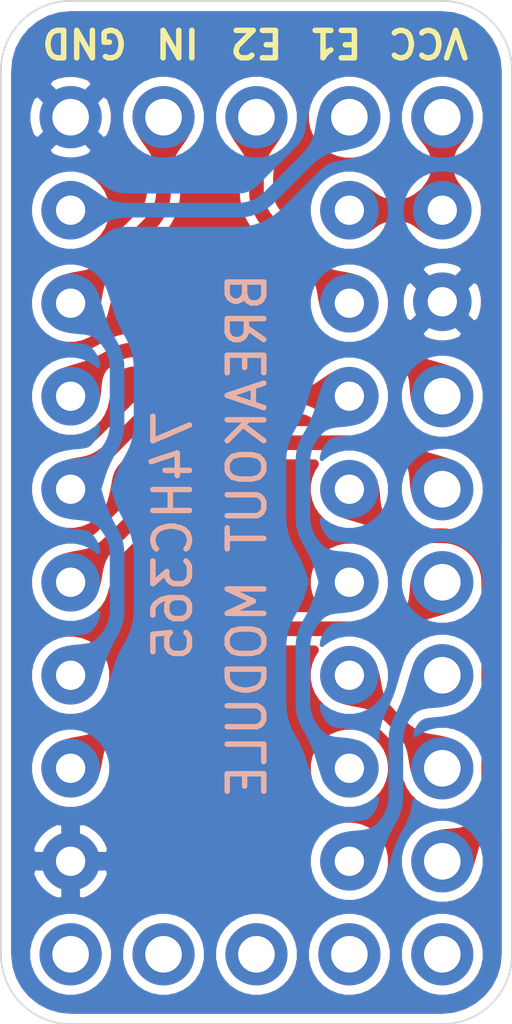
<source format=kicad_pcb>
(kicad_pcb (version 20171130) (host pcbnew 5.1.10)
  (layers (0 F.Cu signal) (31 B.Cu signal) (34 B.Paste user) (35 F.Paste user) (36 B.SilkS user) (37 F.SilkS user) (38 B.Mask user) (39 F.Mask user) (44 Edge.Cuts user))
  (net 0 "")
  (net 1 "Net-(J1-Pad1)")
  (net 2 "Net-(J1-Pad2)")
  (net 3 "Net-(J1-Pad3)")
  (net 4 "Net-(J1-Pad4)")
  (net 5 "Net-(J1-Pad5)")
  (net 6 "Net-(J1-Pad6)")
  (net 7 +5V)
  (net 8 E1)
  (net 9 E2)
  (net 10 INPUT)
  (net 11 GND)
  (net 12 "Net-(J3-Pad5)")
  (net 13 "Net-(J3-Pad4)")
  (net 14 "Net-(J3-Pad3)")
  (net 15 "Net-(J3-Pad2)")
  (net 16 "Net-(J3-Pad1)")
  (module Capacitor_THT:C_Disc_D3.0mm_W1.6mm_P2.50mm (layer F.Cu) (at 137.16 88.9 270)
    (fp_text reference C1 hide)
    (fp_text value 100n)
    (pad 2 thru_hole circle (at 2.5 0 270) (size 1.6 1.6) (drill 0.8) (layers *.Cu *.Mask) (net 11 GND))
    (pad 1 thru_hole circle (at 0 0 270) (size 1.6 1.6) (drill 0.8) (layers *.Cu *.Mask) (net 7 +5V))
  )
  (module Package_DIP:DIP-16_W7.62mm (layer F.Cu) (at 127 88.9)
    (fp_text reference U1 hide)
    (fp_text value 74HC365)
    (pad 1 thru_hole circle (at 0 0) (size 1.6 1.6) (drill 0.8) (layers *.Cu *.Mask) (net 8 E1))
    (pad 9 thru_hole oval (at 7.62 17.78) (size 1.6 1.6) (drill 0.8) (layers *.Cu *.Mask) (net 4 "Net-(J1-Pad4)"))
    (pad 2 thru_hole oval (at 0 2.54) (size 1.6 1.6) (drill 0.8) (layers *.Cu *.Mask) (net 10 INPUT))
    (pad 10 thru_hole oval (at 7.62 15.24) (size 1.6 1.6) (drill 0.8) (layers *.Cu *.Mask) (net 10 INPUT))
    (pad 3 thru_hole oval (at 0 5.08) (size 1.6 1.6) (drill 0.8) (layers *.Cu *.Mask) (net 1 "Net-(J1-Pad1)"))
    (pad 11 thru_hole oval (at 7.62 12.7) (size 1.6 1.6) (drill 0.8) (layers *.Cu *.Mask) (net 5 "Net-(J1-Pad5)"))
    (pad 4 thru_hole oval (at 0 7.62) (size 1.6 1.6) (drill 0.8) (layers *.Cu *.Mask) (net 10 INPUT))
    (pad 12 thru_hole oval (at 7.62 10.16) (size 1.6 1.6) (drill 0.8) (layers *.Cu *.Mask) (net 10 INPUT))
    (pad 5 thru_hole oval (at 0 10.16) (size 1.6 1.6) (drill 0.8) (layers *.Cu *.Mask) (net 2 "Net-(J1-Pad2)"))
    (pad 13 thru_hole oval (at 7.62 7.62) (size 1.6 1.6) (drill 0.8) (layers *.Cu *.Mask) (net 6 "Net-(J1-Pad6)"))
    (pad 6 thru_hole oval (at 0 12.7) (size 1.6 1.6) (drill 0.8) (layers *.Cu *.Mask) (net 10 INPUT))
    (pad 14 thru_hole oval (at 7.62 5.08) (size 1.6 1.6) (drill 0.8) (layers *.Cu *.Mask) (net 10 INPUT))
    (pad 7 thru_hole oval (at 0 15.24) (size 1.6 1.6) (drill 0.8) (layers *.Cu *.Mask) (net 3 "Net-(J1-Pad3)"))
    (pad 15 thru_hole oval (at 7.62 2.54) (size 1.6 1.6) (drill 0.8) (layers *.Cu *.Mask) (net 9 E2))
    (pad 8 thru_hole oval (at 0 17.78) (size 1.6 1.6) (drill 0.8) (layers *.Cu *.Mask) (net 11 GND))
    (pad 16 thru_hole oval (at 7.62 0) (size 1.6 1.6) (drill 0.8) (layers *.Cu *.Mask) (net 7 +5V))
  )
  (module Connector_PinHeader_2.54mm:PinHeader_1x05_P2.54mm_Vertical (layer B.Cu) (at 127 109.22 270)
    (fp_text reference J3 hide)
    (fp_text value BREADBOARD)
    (pad 5 thru_hole oval (at 0 -10.16 270) (size 1.7 1.7) (drill 1) (layers *.Cu *.Mask) (net 12 "Net-(J3-Pad5)"))
    (pad 4 thru_hole oval (at 0 -7.62 270) (size 1.7 1.7) (drill 1) (layers *.Cu *.Mask) (net 13 "Net-(J3-Pad4)"))
    (pad 3 thru_hole oval (at 0 -5.08 270) (size 1.7 1.7) (drill 1) (layers *.Cu *.Mask) (net 14 "Net-(J3-Pad3)"))
    (pad 2 thru_hole oval (at 0 -2.54 270) (size 1.7 1.7) (drill 1) (layers *.Cu *.Mask) (net 15 "Net-(J3-Pad2)"))
    (pad 1 thru_hole circle (at 0 0 270) (size 1.7 1.7) (drill 1) (layers *.Cu *.Mask) (net 16 "Net-(J3-Pad1)"))
  )
  (module Connector_PinHeader_2.54mm:PinHeader_1x05_P2.54mm_Vertical (layer B.Cu) (at 137.16 86.36 90)
    (fp_text reference J2 hide)
    (fp_text value BREADBOARD)
    (pad 1 thru_hole circle (at 0 0 90) (size 1.7 1.7) (drill 1) (layers *.Cu *.Mask) (net 7 +5V))
    (pad 2 thru_hole oval (at 0 -2.54 90) (size 1.7 1.7) (drill 1) (layers *.Cu *.Mask) (net 8 E1))
    (pad 3 thru_hole oval (at 0 -5.08 90) (size 1.7 1.7) (drill 1) (layers *.Cu *.Mask) (net 9 E2))
    (pad 4 thru_hole oval (at 0 -7.62 90) (size 1.7 1.7) (drill 1) (layers *.Cu *.Mask) (net 10 INPUT))
    (pad 5 thru_hole oval (at 0 -10.16 45) (size 1.7 1.7) (drill 1) (layers *.Cu *.Mask) (net 11 GND))
  )
  (module Connector_PinHeader_2.54mm:PinHeader_1x06_P2.54mm_Vertical (layer F.Cu) (at 137.16 93.98)
    (fp_text reference J1 hide)
    (fp_text value COL)
    (pad 1 thru_hole circle (at 0 0) (size 1.7 1.7) (drill 1) (layers *.Cu *.Mask) (net 1 "Net-(J1-Pad1)"))
    (pad 2 thru_hole oval (at 0 2.54) (size 1.7 1.7) (drill 1) (layers *.Cu *.Mask) (net 2 "Net-(J1-Pad2)"))
    (pad 3 thru_hole oval (at 0 5.08) (size 1.7 1.7) (drill 1) (layers *.Cu *.Mask) (net 3 "Net-(J1-Pad3)"))
    (pad 4 thru_hole oval (at 0 7.62) (size 1.7 1.7) (drill 1) (layers *.Cu *.Mask) (net 4 "Net-(J1-Pad4)"))
    (pad 5 thru_hole oval (at 0 10.16) (size 1.7 1.7) (drill 1) (layers *.Cu *.Mask) (net 5 "Net-(J1-Pad5)"))
    (pad 6 thru_hole oval (at 0 12.7) (size 1.7 1.7) (drill 1) (layers *.Cu *.Mask) (net 6 "Net-(J1-Pad6)"))
  )
  (gr_line (start 127 83.185) (end 137.16 83.185) (layer Edge.Cuts) (width 0.05))
  (gr_line (start 125.095 109.22) (end 125.095 85.09) (layer Edge.Cuts) (width 0.05))
  (gr_arc (start 137.16 85.09) (end 139.065 85.09) (angle -90) (layer Edge.Cuts) (width 0.05))
  (gr_arc (start 127 85.09) (end 127 83.185) (angle -90) (layer Edge.Cuts) (width 0.05))
  (gr_line (start 139.065 85.09) (end 139.065 109.22) (layer Edge.Cuts) (width 0.05))
  (gr_arc (start 127 109.22) (end 125.095 109.22) (angle -90) (layer Edge.Cuts) (width 0.05))
  (gr_arc (start 137.16 109.22) (end 137.16 111.125) (angle -90) (layer Edge.Cuts) (width 0.05))
  (gr_line (start 127 111.125) (end 137.16 111.125) (layer Edge.Cuts) (width 0.05))
  (gr_text "GND\n" (at 127.381 84.328 180) (layer F.SilkS) (effects (font (size 0.75 0.75))))
  (gr_text IN (at 129.921 84.328 180) (layer F.SilkS) (effects (font (size 0.75 0.75))))
  (gr_text E2 (at 132.08 84.328 180) (layer F.SilkS) (effects (font (size 0.75 0.75))))
  (gr_text E1 (at 134.239 84.328 180) (layer F.SilkS) (effects (font (size 0.75 0.75))))
  (gr_text "VCC\n" (at 136.779 84.328 180) (layer F.SilkS) (effects (font (size 0.75 0.75))))
  (gr_text "BREAKOUT MODULE" (at 131.826 97.79 90) (layer B.SilkS) (effects (font (size 1 1)) (justify mirror)))
  (gr_text 74HC365 (at 129.794 97.79 90) (layer B.SilkS) (effects (font (size 1 1)) (justify mirror)))
  (segment (start 136.24921 93.06921) (end 137.16 93.98) (width 0.4) (layer F.Cu) (net 1))
  (segment (start 136.24921 93.06921) (end 136.205613 93.027702) (width 0.4) (layer F.Cu) (net 1))
  (segment (start 136.205613 93.027702) (end 136.160032 92.988384) (width 0.4) (layer F.Cu) (net 1))
  (segment (start 136.160032 92.988384) (end 136.112577 92.95135) (width 0.4) (layer F.Cu) (net 1))
  (segment (start 136.112577 92.95135) (end 136.063362 92.916688) (width 0.4) (layer F.Cu) (net 1))
  (segment (start 136.063362 92.916688) (end 136.012505 92.884484) (width 0.4) (layer F.Cu) (net 1))
  (segment (start 136.012505 92.884484) (end 135.96013 92.854813) (width 0.4) (layer F.Cu) (net 1))
  (segment (start 135.96013 92.854813) (end 135.906362 92.827749) (width 0.4) (layer F.Cu) (net 1))
  (segment (start 135.906362 92.827749) (end 135.85133 92.803355) (width 0.4) (layer F.Cu) (net 1))
  (segment (start 135.85133 92.803355) (end 135.795168 92.781691) (width 0.4) (layer F.Cu) (net 1))
  (segment (start 135.795168 92.781691) (end 135.73801 92.762809) (width 0.4) (layer F.Cu) (net 1))
  (segment (start 135.73801 92.762809) (end 135.679995 92.746754) (width 0.4) (layer F.Cu) (net 1))
  (segment (start 135.679995 92.746754) (end 135.621262 92.733565) (width 0.4) (layer F.Cu) (net 1))
  (segment (start 135.621262 92.733565) (end 135.561953 92.723274) (width 0.4) (layer F.Cu) (net 1))
  (segment (start 135.561953 92.723274) (end 135.50221 92.715905) (width 0.4) (layer F.Cu) (net 1))
  (segment (start 135.50221 92.715905) (end 135.442177 92.711477) (width 0.4) (layer F.Cu) (net 1))
  (segment (start 135.442177 92.711477) (end 135.382 92.71) (width 0.4) (layer F.Cu) (net 1))
  (segment (start 127.910789 93.06921) (end 127 93.98) (width 0.4) (layer F.Cu) (net 1))
  (segment (start 127.910789 93.06921) (end 127.954385 93.027702) (width 0.4) (layer F.Cu) (net 1))
  (segment (start 127.954385 93.027702) (end 127.999966 92.988384) (width 0.4) (layer F.Cu) (net 1))
  (segment (start 127.999966 92.988384) (end 128.047421 92.951349) (width 0.4) (layer F.Cu) (net 1))
  (segment (start 128.047421 92.951349) (end 128.096636 92.916688) (width 0.4) (layer F.Cu) (net 1))
  (segment (start 128.096636 92.916688) (end 128.147493 92.884484) (width 0.4) (layer F.Cu) (net 1))
  (segment (start 128.147493 92.884484) (end 128.199868 92.854813) (width 0.4) (layer F.Cu) (net 1))
  (segment (start 128.199868 92.854813) (end 128.253637 92.827749) (width 0.4) (layer F.Cu) (net 1))
  (segment (start 128.253637 92.827749) (end 128.308668 92.803355) (width 0.4) (layer F.Cu) (net 1))
  (segment (start 128.308668 92.803355) (end 128.364831 92.781691) (width 0.4) (layer F.Cu) (net 1))
  (segment (start 128.364831 92.781691) (end 128.421988 92.762808) (width 0.4) (layer F.Cu) (net 1))
  (segment (start 128.421988 92.762808) (end 128.480003 92.746753) (width 0.4) (layer F.Cu) (net 1))
  (segment (start 128.480003 92.746753) (end 128.538737 92.733565) (width 0.4) (layer F.Cu) (net 1))
  (segment (start 128.538737 92.733565) (end 128.598046 92.723273) (width 0.4) (layer F.Cu) (net 1))
  (segment (start 128.598046 92.723273) (end 128.657789 92.715905) (width 0.4) (layer F.Cu) (net 1))
  (segment (start 128.657789 92.715905) (end 128.717822 92.711477) (width 0.4) (layer F.Cu) (net 1))
  (segment (start 128.717822 92.711477) (end 128.778 92.71) (width 0.4) (layer F.Cu) (net 1))
  (segment (start 128.778 92.71) (end 135.382 92.71) (width 0.4) (layer F.Cu) (net 1))
  (segment (start 136.24921 95.60921) (end 137.16 96.52) (width 0.4) (layer F.Cu) (net 2))
  (segment (start 136.24921 95.60921) (end 136.205613 95.567702) (width 0.4) (layer F.Cu) (net 2))
  (segment (start 136.205613 95.567702) (end 136.160032 95.528384) (width 0.4) (layer F.Cu) (net 2))
  (segment (start 136.160032 95.528384) (end 136.112577 95.49135) (width 0.4) (layer F.Cu) (net 2))
  (segment (start 136.112577 95.49135) (end 136.063362 95.456688) (width 0.4) (layer F.Cu) (net 2))
  (segment (start 136.063362 95.456688) (end 136.012505 95.424484) (width 0.4) (layer F.Cu) (net 2))
  (segment (start 136.012505 95.424484) (end 135.96013 95.394813) (width 0.4) (layer F.Cu) (net 2))
  (segment (start 135.96013 95.394813) (end 135.906362 95.367749) (width 0.4) (layer F.Cu) (net 2))
  (segment (start 135.906362 95.367749) (end 135.85133 95.343355) (width 0.4) (layer F.Cu) (net 2))
  (segment (start 135.85133 95.343355) (end 135.795168 95.321691) (width 0.4) (layer F.Cu) (net 2))
  (segment (start 135.795168 95.321691) (end 135.73801 95.302809) (width 0.4) (layer F.Cu) (net 2))
  (segment (start 135.73801 95.302809) (end 135.679995 95.286754) (width 0.4) (layer F.Cu) (net 2))
  (segment (start 135.679995 95.286754) (end 135.621262 95.273565) (width 0.4) (layer F.Cu) (net 2))
  (segment (start 135.621262 95.273565) (end 135.561953 95.263274) (width 0.4) (layer F.Cu) (net 2))
  (segment (start 135.561953 95.263274) (end 135.50221 95.255905) (width 0.4) (layer F.Cu) (net 2))
  (segment (start 135.50221 95.255905) (end 135.442177 95.251477) (width 0.4) (layer F.Cu) (net 2))
  (segment (start 135.442177 95.251477) (end 135.382 95.25) (width 0.4) (layer F.Cu) (net 2))
  (segment (start 130.450789 95.60921) (end 127 99.06) (width 0.4) (layer F.Cu) (net 2))
  (segment (start 130.450789 95.60921) (end 130.494385 95.567702) (width 0.4) (layer F.Cu) (net 2))
  (segment (start 130.494385 95.567702) (end 130.539966 95.528384) (width 0.4) (layer F.Cu) (net 2))
  (segment (start 130.539966 95.528384) (end 130.587421 95.491349) (width 0.4) (layer F.Cu) (net 2))
  (segment (start 130.587421 95.491349) (end 130.636636 95.456688) (width 0.4) (layer F.Cu) (net 2))
  (segment (start 130.636636 95.456688) (end 130.687493 95.424484) (width 0.4) (layer F.Cu) (net 2))
  (segment (start 130.687493 95.424484) (end 130.739868 95.394813) (width 0.4) (layer F.Cu) (net 2))
  (segment (start 130.739868 95.394813) (end 130.793637 95.367749) (width 0.4) (layer F.Cu) (net 2))
  (segment (start 130.793637 95.367749) (end 130.848668 95.343355) (width 0.4) (layer F.Cu) (net 2))
  (segment (start 130.848668 95.343355) (end 130.904831 95.321691) (width 0.4) (layer F.Cu) (net 2))
  (segment (start 130.904831 95.321691) (end 130.961988 95.302808) (width 0.4) (layer F.Cu) (net 2))
  (segment (start 130.961988 95.302808) (end 131.020003 95.286753) (width 0.4) (layer F.Cu) (net 2))
  (segment (start 131.020003 95.286753) (end 131.078737 95.273565) (width 0.4) (layer F.Cu) (net 2))
  (segment (start 131.078737 95.273565) (end 131.138046 95.263273) (width 0.4) (layer F.Cu) (net 2))
  (segment (start 131.138046 95.263273) (end 131.197789 95.255905) (width 0.4) (layer F.Cu) (net 2))
  (segment (start 131.197789 95.255905) (end 131.257822 95.251477) (width 0.4) (layer F.Cu) (net 2))
  (segment (start 131.257822 95.251477) (end 131.318 95.25) (width 0.4) (layer F.Cu) (net 2))
  (segment (start 131.318 95.25) (end 135.382 95.25) (width 0.4) (layer F.Cu) (net 2))
  (segment (start 136.24921 99.970789) (end 137.16 99.06) (width 0.4) (layer F.Cu) (net 3))
  (segment (start 136.24921 99.970789) (end 136.205613 100.012296) (width 0.4) (layer F.Cu) (net 3))
  (segment (start 136.205613 100.012296) (end 136.160032 100.051614) (width 0.4) (layer F.Cu) (net 3))
  (segment (start 136.160032 100.051614) (end 136.112577 100.088648) (width 0.4) (layer F.Cu) (net 3))
  (segment (start 136.112577 100.088648) (end 136.063362 100.12331) (width 0.4) (layer F.Cu) (net 3))
  (segment (start 136.063362 100.12331) (end 136.012505 100.155514) (width 0.4) (layer F.Cu) (net 3))
  (segment (start 136.012505 100.155514) (end 135.96013 100.185185) (width 0.4) (layer F.Cu) (net 3))
  (segment (start 135.96013 100.185185) (end 135.906362 100.212249) (width 0.4) (layer F.Cu) (net 3))
  (segment (start 135.906362 100.212249) (end 135.85133 100.236643) (width 0.4) (layer F.Cu) (net 3))
  (segment (start 135.85133 100.236643) (end 135.795168 100.258307) (width 0.4) (layer F.Cu) (net 3))
  (segment (start 135.795168 100.258307) (end 135.73801 100.27719) (width 0.4) (layer F.Cu) (net 3))
  (segment (start 135.73801 100.27719) (end 135.679995 100.293245) (width 0.4) (layer F.Cu) (net 3))
  (segment (start 135.679995 100.293245) (end 135.621262 100.306434) (width 0.4) (layer F.Cu) (net 3))
  (segment (start 135.621262 100.306434) (end 135.561953 100.316725) (width 0.4) (layer F.Cu) (net 3))
  (segment (start 135.561953 100.316725) (end 135.50221 100.324093) (width 0.4) (layer F.Cu) (net 3))
  (segment (start 135.50221 100.324093) (end 135.442177 100.328522) (width 0.4) (layer F.Cu) (net 3))
  (segment (start 135.442177 100.328522) (end 135.382 100.33) (width 0.4) (layer F.Cu) (net 3))
  (segment (start 130.450789 100.68921) (end 127 104.14) (width 0.4) (layer F.Cu) (net 3))
  (segment (start 130.450789 100.68921) (end 130.494385 100.647702) (width 0.4) (layer F.Cu) (net 3))
  (segment (start 130.494385 100.647702) (end 130.539966 100.608384) (width 0.4) (layer F.Cu) (net 3))
  (segment (start 130.539966 100.608384) (end 130.587421 100.571349) (width 0.4) (layer F.Cu) (net 3))
  (segment (start 130.587421 100.571349) (end 130.636636 100.536688) (width 0.4) (layer F.Cu) (net 3))
  (segment (start 130.636636 100.536688) (end 130.687493 100.504484) (width 0.4) (layer F.Cu) (net 3))
  (segment (start 130.687493 100.504484) (end 130.739868 100.474813) (width 0.4) (layer F.Cu) (net 3))
  (segment (start 130.739868 100.474813) (end 130.793637 100.447749) (width 0.4) (layer F.Cu) (net 3))
  (segment (start 130.793637 100.447749) (end 130.848668 100.423355) (width 0.4) (layer F.Cu) (net 3))
  (segment (start 130.848668 100.423355) (end 130.904831 100.401691) (width 0.4) (layer F.Cu) (net 3))
  (segment (start 130.904831 100.401691) (end 130.961988 100.382808) (width 0.4) (layer F.Cu) (net 3))
  (segment (start 130.961988 100.382808) (end 131.020003 100.366753) (width 0.4) (layer F.Cu) (net 3))
  (segment (start 131.020003 100.366753) (end 131.078737 100.353565) (width 0.4) (layer F.Cu) (net 3))
  (segment (start 131.078737 100.353565) (end 131.138046 100.343273) (width 0.4) (layer F.Cu) (net 3))
  (segment (start 131.138046 100.343273) (end 131.197789 100.335905) (width 0.4) (layer F.Cu) (net 3))
  (segment (start 131.197789 100.335905) (end 131.257822 100.331477) (width 0.4) (layer F.Cu) (net 3))
  (segment (start 131.257822 100.331477) (end 131.318 100.33) (width 0.4) (layer F.Cu) (net 3))
  (segment (start 131.318 100.33) (end 135.382 100.33) (width 0.4) (layer F.Cu) (net 3))
  (segment (start 136.24921 102.510789) (end 137.16 101.6) (width 0.4) (layer B.Cu) (net 4))
  (segment (start 136.24921 102.510789) (end 136.207701 102.554384) (width 0.4) (layer B.Cu) (net 4))
  (segment (start 136.207701 102.554384) (end 136.168383 102.599965) (width 0.4) (layer B.Cu) (net 4))
  (segment (start 136.168383 102.599965) (end 136.131349 102.647421) (width 0.4) (layer B.Cu) (net 4))
  (segment (start 136.131349 102.647421) (end 136.096688 102.696636) (width 0.4) (layer B.Cu) (net 4))
  (segment (start 136.096688 102.696636) (end 136.064483 102.747492) (width 0.4) (layer B.Cu) (net 4))
  (segment (start 136.064483 102.747492) (end 136.034813 102.799868) (width 0.4) (layer B.Cu) (net 4))
  (segment (start 136.034813 102.799868) (end 136.007748 102.853636) (width 0.4) (layer B.Cu) (net 4))
  (segment (start 136.007748 102.853636) (end 135.983355 102.908668) (width 0.4) (layer B.Cu) (net 4))
  (segment (start 135.983355 102.908668) (end 135.96169 102.96483) (width 0.4) (layer B.Cu) (net 4))
  (segment (start 135.96169 102.96483) (end 135.942808 103.021988) (width 0.4) (layer B.Cu) (net 4))
  (segment (start 135.942808 103.021988) (end 135.926753 103.080003) (width 0.4) (layer B.Cu) (net 4))
  (segment (start 135.926753 103.080003) (end 135.913564 103.138736) (width 0.4) (layer B.Cu) (net 4))
  (segment (start 135.913564 103.138736) (end 135.903273 103.198046) (width 0.4) (layer B.Cu) (net 4))
  (segment (start 135.903273 103.198046) (end 135.895905 103.257789) (width 0.4) (layer B.Cu) (net 4))
  (segment (start 135.895905 103.257789) (end 135.891476 103.317822) (width 0.4) (layer B.Cu) (net 4))
  (segment (start 135.891476 103.317822) (end 135.89 103.378) (width 0.4) (layer B.Cu) (net 4))
  (segment (start 135.530789 105.76921) (end 134.62 106.68) (width 0.4) (layer B.Cu) (net 4))
  (segment (start 135.530789 105.76921) (end 135.572295 105.725612) (width 0.4) (layer B.Cu) (net 4))
  (segment (start 135.572295 105.725612) (end 135.611614 105.680032) (width 0.4) (layer B.Cu) (net 4))
  (segment (start 135.611614 105.680032) (end 135.648648 105.632577) (width 0.4) (layer B.Cu) (net 4))
  (segment (start 135.648648 105.632577) (end 135.683309 105.583362) (width 0.4) (layer B.Cu) (net 4))
  (segment (start 135.683309 105.583362) (end 135.715514 105.532505) (width 0.4) (layer B.Cu) (net 4))
  (segment (start 135.715514 105.532505) (end 135.745184 105.48013) (width 0.4) (layer B.Cu) (net 4))
  (segment (start 135.745184 105.48013) (end 135.772249 105.426361) (width 0.4) (layer B.Cu) (net 4))
  (segment (start 135.772249 105.426361) (end 135.796643 105.37133) (width 0.4) (layer B.Cu) (net 4))
  (segment (start 135.796643 105.37133) (end 135.818307 105.315168) (width 0.4) (layer B.Cu) (net 4))
  (segment (start 135.818307 105.315168) (end 135.837189 105.25801) (width 0.4) (layer B.Cu) (net 4))
  (segment (start 135.837189 105.25801) (end 135.853244 105.199995) (width 0.4) (layer B.Cu) (net 4))
  (segment (start 135.853244 105.199995) (end 135.866433 105.141262) (width 0.4) (layer B.Cu) (net 4))
  (segment (start 135.866433 105.141262) (end 135.876725 105.081953) (width 0.4) (layer B.Cu) (net 4))
  (segment (start 135.876725 105.081953) (end 135.884093 105.02221) (width 0.4) (layer B.Cu) (net 4))
  (segment (start 135.884093 105.02221) (end 135.888522 104.962177) (width 0.4) (layer B.Cu) (net 4))
  (segment (start 135.888522 104.962177) (end 135.89 104.902) (width 0.4) (layer B.Cu) (net 4))
  (segment (start 135.89 104.902) (end 135.89 103.378) (width 0.4) (layer B.Cu) (net 4))
  (segment (start 134.62 101.6) (end 137.16 104.14) (width 0.4) (layer F.Cu) (net 5))
  (segment (start 138.112295 105.725612) (end 138.070789 105.76921) (width 0.4) (layer F.Cu) (net 6))
  (segment (start 138.151614 105.680032) (end 138.112295 105.725612) (width 0.4) (layer F.Cu) (net 6))
  (segment (start 138.223309 105.583362) (end 138.188648 105.632577) (width 0.4) (layer F.Cu) (net 6))
  (segment (start 138.255514 105.532505) (end 138.223309 105.583362) (width 0.4) (layer F.Cu) (net 6))
  (segment (start 135.767493 97.615515) (end 135.819868 97.645185) (width 0.4) (layer F.Cu) (net 6))
  (segment (start 135.819868 97.645185) (end 135.873637 97.67225) (width 0.4) (layer F.Cu) (net 6))
  (segment (start 138.416725 105.081953) (end 138.406433 105.141262) (width 0.4) (layer F.Cu) (net 6))
  (segment (start 138.406433 105.141262) (end 138.393244 105.199995) (width 0.4) (layer F.Cu) (net 6))
  (segment (start 136.041988 97.73719) (end 136.100003 97.753245) (width 0.4) (layer F.Cu) (net 6))
  (segment (start 138.188648 105.632577) (end 138.151614 105.680032) (width 0.4) (layer F.Cu) (net 6))
  (segment (start 135.716636 97.58331) (end 135.767493 97.615515) (width 0.4) (layer F.Cu) (net 6))
  (segment (start 136.218046 97.776725) (end 136.277789 97.784094) (width 0.4) (layer F.Cu) (net 6))
  (segment (start 135.574385 97.472296) (end 135.619966 97.511615) (width 0.4) (layer F.Cu) (net 6))
  (segment (start 136.100003 97.753245) (end 136.158736 97.766434) (width 0.4) (layer F.Cu) (net 6))
  (segment (start 135.928668 97.696644) (end 135.98483 97.718308) (width 0.4) (layer F.Cu) (net 6))
  (segment (start 135.667421 97.548649) (end 135.716636 97.58331) (width 0.4) (layer F.Cu) (net 6))
  (segment (start 135.619966 97.511615) (end 135.667421 97.548649) (width 0.4) (layer F.Cu) (net 6))
  (segment (start 138.285184 105.48013) (end 138.255514 105.532505) (width 0.4) (layer F.Cu) (net 6))
  (segment (start 135.98483 97.718308) (end 136.041988 97.73719) (width 0.4) (layer F.Cu) (net 6))
  (segment (start 138.43 104.902) (end 138.428522 104.962177) (width 0.4) (layer F.Cu) (net 6))
  (segment (start 138.393244 105.199995) (end 138.377189 105.25801) (width 0.4) (layer F.Cu) (net 6))
  (segment (start 135.530789 97.430789) (end 135.574385 97.472296) (width 0.4) (layer F.Cu) (net 6))
  (segment (start 138.428522 104.962177) (end 138.424093 105.02221) (width 0.4) (layer F.Cu) (net 6))
  (segment (start 136.158736 97.766434) (end 136.218046 97.776725) (width 0.4) (layer F.Cu) (net 6))
  (segment (start 134.62 96.52) (end 135.530789 97.430789) (width 0.4) (layer F.Cu) (net 6))
  (segment (start 136.337822 97.788522) (end 136.398 97.79) (width 0.4) (layer F.Cu) (net 6))
  (segment (start 138.336643 105.37133) (end 138.312249 105.426361) (width 0.4) (layer F.Cu) (net 6))
  (segment (start 138.424093 105.02221) (end 138.416725 105.081953) (width 0.4) (layer F.Cu) (net 6))
  (segment (start 136.277789 97.784094) (end 136.337822 97.788522) (width 0.4) (layer F.Cu) (net 6))
  (segment (start 138.377189 105.25801) (end 138.358307 105.315168) (width 0.4) (layer F.Cu) (net 6))
  (segment (start 138.070789 105.76921) (end 137.16 106.68) (width 0.4) (layer F.Cu) (net 6))
  (segment (start 135.873637 97.67225) (end 135.928668 97.696644) (width 0.4) (layer F.Cu) (net 6))
  (segment (start 138.358307 105.315168) (end 138.336643 105.37133) (width 0.4) (layer F.Cu) (net 6))
  (segment (start 138.312249 105.426361) (end 138.285184 105.48013) (width 0.4) (layer F.Cu) (net 6))
  (segment (start 137.16 97.79) (end 136.398 97.79) (width 0.4) (layer F.Cu) (net 6))
  (segment (start 137.16 97.79) (end 137.284481 97.796115) (width 0.4) (layer F.Cu) (net 6))
  (segment (start 137.284481 97.796115) (end 137.407764 97.814402) (width 0.4) (layer F.Cu) (net 6))
  (segment (start 137.407764 97.814402) (end 137.528661 97.844685) (width 0.4) (layer F.Cu) (net 6))
  (segment (start 137.528661 97.844685) (end 137.646007 97.886672) (width 0.4) (layer F.Cu) (net 6))
  (segment (start 137.646007 97.886672) (end 137.758673 97.939959) (width 0.4) (layer F.Cu) (net 6))
  (segment (start 137.758673 97.939959) (end 137.865574 98.004033) (width 0.4) (layer F.Cu) (net 6))
  (segment (start 137.865574 98.004033) (end 137.965679 98.078276) (width 0.4) (layer F.Cu) (net 6))
  (segment (start 137.965679 98.078276) (end 138.058025 98.161974) (width 0.4) (layer F.Cu) (net 6))
  (segment (start 138.058025 98.161974) (end 138.141723 98.25432) (width 0.4) (layer F.Cu) (net 6))
  (segment (start 138.141723 98.25432) (end 138.215966 98.354425) (width 0.4) (layer F.Cu) (net 6))
  (segment (start 138.215966 98.354425) (end 138.28004 98.461326) (width 0.4) (layer F.Cu) (net 6))
  (segment (start 138.28004 98.461326) (end 138.333327 98.573992) (width 0.4) (layer F.Cu) (net 6))
  (segment (start 138.333327 98.573992) (end 138.375314 98.691338) (width 0.4) (layer F.Cu) (net 6))
  (segment (start 138.375314 98.691338) (end 138.405597 98.812235) (width 0.4) (layer F.Cu) (net 6))
  (segment (start 138.405597 98.812235) (end 138.423884 98.935518) (width 0.4) (layer F.Cu) (net 6))
  (segment (start 138.423884 98.935518) (end 138.43 99.06) (width 0.4) (layer F.Cu) (net 6))
  (segment (start 138.43 99.06) (end 138.43 104.902) (width 0.4) (layer F.Cu) (net 6))
  (segment (start 134.62 88.9) (end 137.16 88.9) (width 0.6) (layer F.Cu) (net 7))
  (segment (start 137.16 86.36) (end 137.16 88.9) (width 0.6) (layer F.Cu) (net 7))
  (segment (start 131.572 88.9) (end 127 88.9) (width 0.4) (layer B.Cu) (net 8))
  (segment (start 131.572 88.9) (end 131.632177 88.898522) (width 0.4) (layer B.Cu) (net 8))
  (segment (start 131.632177 88.898522) (end 131.69221 88.894094) (width 0.4) (layer B.Cu) (net 8))
  (segment (start 131.69221 88.894094) (end 131.751953 88.886725) (width 0.4) (layer B.Cu) (net 8))
  (segment (start 131.751953 88.886725) (end 131.811262 88.876434) (width 0.4) (layer B.Cu) (net 8))
  (segment (start 131.811262 88.876434) (end 131.869995 88.863245) (width 0.4) (layer B.Cu) (net 8))
  (segment (start 131.869995 88.863245) (end 131.928011 88.84719) (width 0.4) (layer B.Cu) (net 8))
  (segment (start 131.928011 88.84719) (end 131.985168 88.828307) (width 0.4) (layer B.Cu) (net 8))
  (segment (start 131.985168 88.828307) (end 132.04133 88.806643) (width 0.4) (layer B.Cu) (net 8))
  (segment (start 132.04133 88.806643) (end 132.096362 88.782249) (width 0.4) (layer B.Cu) (net 8))
  (segment (start 132.096362 88.782249) (end 132.15013 88.755185) (width 0.4) (layer B.Cu) (net 8))
  (segment (start 132.15013 88.755185) (end 132.202505 88.725514) (width 0.4) (layer B.Cu) (net 8))
  (segment (start 132.202505 88.725514) (end 132.253362 88.69331) (width 0.4) (layer B.Cu) (net 8))
  (segment (start 132.253362 88.69331) (end 132.302577 88.658648) (width 0.4) (layer B.Cu) (net 8))
  (segment (start 132.302577 88.658648) (end 132.350032 88.621614) (width 0.4) (layer B.Cu) (net 8))
  (segment (start 132.350032 88.621614) (end 132.395613 88.582296) (width 0.4) (layer B.Cu) (net 8))
  (segment (start 132.395613 88.582296) (end 132.43921 88.540789) (width 0.4) (layer B.Cu) (net 8))
  (segment (start 132.43921 88.540789) (end 134.62 86.36) (width 0.4) (layer B.Cu) (net 8))
  (segment (start 132.43921 89.25921) (end 134.62 91.44) (width 0.4) (layer F.Cu) (net 9))
  (segment (start 132.43921 89.25921) (end 132.397702 89.215613) (width 0.4) (layer F.Cu) (net 9))
  (segment (start 132.397702 89.215613) (end 132.358384 89.170032) (width 0.4) (layer F.Cu) (net 9))
  (segment (start 132.358384 89.170032) (end 132.32135 89.122577) (width 0.4) (layer F.Cu) (net 9))
  (segment (start 132.32135 89.122577) (end 132.286688 89.073362) (width 0.4) (layer F.Cu) (net 9))
  (segment (start 132.286688 89.073362) (end 132.254484 89.022505) (width 0.4) (layer F.Cu) (net 9))
  (segment (start 132.254484 89.022505) (end 132.224813 88.97013) (width 0.4) (layer F.Cu) (net 9))
  (segment (start 132.224813 88.97013) (end 132.197749 88.916362) (width 0.4) (layer F.Cu) (net 9))
  (segment (start 132.197749 88.916362) (end 132.173355 88.86133) (width 0.4) (layer F.Cu) (net 9))
  (segment (start 132.173355 88.86133) (end 132.151691 88.805168) (width 0.4) (layer F.Cu) (net 9))
  (segment (start 132.151691 88.805168) (end 132.132809 88.74801) (width 0.4) (layer F.Cu) (net 9))
  (segment (start 132.132809 88.74801) (end 132.116754 88.689995) (width 0.4) (layer F.Cu) (net 9))
  (segment (start 132.116754 88.689995) (end 132.103565 88.631262) (width 0.4) (layer F.Cu) (net 9))
  (segment (start 132.103565 88.631262) (end 132.093274 88.571953) (width 0.4) (layer F.Cu) (net 9))
  (segment (start 132.093274 88.571953) (end 132.085905 88.51221) (width 0.4) (layer F.Cu) (net 9))
  (segment (start 132.085905 88.51221) (end 132.081477 88.452177) (width 0.4) (layer F.Cu) (net 9))
  (segment (start 132.081477 88.452177) (end 132.08 88.392) (width 0.4) (layer F.Cu) (net 9))
  (segment (start 132.08 88.392) (end 132.08 86.36) (width 0.4) (layer F.Cu) (net 9))
  (segment (start 129.180789 89.25921) (end 127 91.44) (width 0.4) (layer F.Cu) (net 10))
  (segment (start 129.180789 89.25921) (end 129.222296 89.215613) (width 0.4) (layer F.Cu) (net 10))
  (segment (start 129.222296 89.215613) (end 129.261614 89.170032) (width 0.4) (layer F.Cu) (net 10))
  (segment (start 129.261614 89.170032) (end 129.298648 89.122577) (width 0.4) (layer F.Cu) (net 10))
  (segment (start 129.298648 89.122577) (end 129.33331 89.073362) (width 0.4) (layer F.Cu) (net 10))
  (segment (start 129.33331 89.073362) (end 129.365514 89.022505) (width 0.4) (layer F.Cu) (net 10))
  (segment (start 129.365514 89.022505) (end 129.395185 88.97013) (width 0.4) (layer F.Cu) (net 10))
  (segment (start 129.395185 88.97013) (end 129.422249 88.916362) (width 0.4) (layer F.Cu) (net 10))
  (segment (start 129.422249 88.916362) (end 129.446643 88.86133) (width 0.4) (layer F.Cu) (net 10))
  (segment (start 129.446643 88.86133) (end 129.468307 88.805168) (width 0.4) (layer F.Cu) (net 10))
  (segment (start 129.468307 88.805168) (end 129.48719 88.74801) (width 0.4) (layer F.Cu) (net 10))
  (segment (start 129.48719 88.74801) (end 129.503245 88.689995) (width 0.4) (layer F.Cu) (net 10))
  (segment (start 129.503245 88.689995) (end 129.516434 88.631262) (width 0.4) (layer F.Cu) (net 10))
  (segment (start 129.516434 88.631262) (end 129.526725 88.571953) (width 0.4) (layer F.Cu) (net 10))
  (segment (start 129.526725 88.571953) (end 129.534093 88.51221) (width 0.4) (layer F.Cu) (net 10))
  (segment (start 129.534093 88.51221) (end 129.538522 88.452177) (width 0.4) (layer F.Cu) (net 10))
  (segment (start 129.538522 88.452177) (end 129.54 88.392) (width 0.4) (layer F.Cu) (net 10))
  (segment (start 129.54 88.392) (end 129.54 86.36) (width 0.4) (layer F.Cu) (net 10))
  (segment (start 129.180789 94.33921) (end 127 96.52) (width 0.4) (layer F.Cu) (net 10))
  (segment (start 129.180789 94.33921) (end 129.224385 94.297702) (width 0.4) (layer F.Cu) (net 10))
  (segment (start 129.224385 94.297702) (end 129.269966 94.258384) (width 0.4) (layer F.Cu) (net 10))
  (segment (start 129.269966 94.258384) (end 129.317421 94.221349) (width 0.4) (layer F.Cu) (net 10))
  (segment (start 129.317421 94.221349) (end 129.366636 94.186688) (width 0.4) (layer F.Cu) (net 10))
  (segment (start 129.366636 94.186688) (end 129.417493 94.154484) (width 0.4) (layer F.Cu) (net 10))
  (segment (start 129.417493 94.154484) (end 129.469868 94.124813) (width 0.4) (layer F.Cu) (net 10))
  (segment (start 129.469868 94.124813) (end 129.523637 94.097749) (width 0.4) (layer F.Cu) (net 10))
  (segment (start 129.523637 94.097749) (end 129.578668 94.073355) (width 0.4) (layer F.Cu) (net 10))
  (segment (start 129.578668 94.073355) (end 129.634831 94.051691) (width 0.4) (layer F.Cu) (net 10))
  (segment (start 129.634831 94.051691) (end 129.691988 94.032808) (width 0.4) (layer F.Cu) (net 10))
  (segment (start 129.691988 94.032808) (end 129.750003 94.016753) (width 0.4) (layer F.Cu) (net 10))
  (segment (start 129.750003 94.016753) (end 129.808737 94.003565) (width 0.4) (layer F.Cu) (net 10))
  (segment (start 129.808737 94.003565) (end 129.868046 93.993273) (width 0.4) (layer F.Cu) (net 10))
  (segment (start 129.868046 93.993273) (end 129.927789 93.985905) (width 0.4) (layer F.Cu) (net 10))
  (segment (start 129.927789 93.985905) (end 129.987822 93.981477) (width 0.4) (layer F.Cu) (net 10))
  (segment (start 129.987822 93.981477) (end 130.048 93.98) (width 0.4) (layer F.Cu) (net 10))
  (segment (start 130.048 93.98) (end 134.62 93.98) (width 0.4) (layer F.Cu) (net 10))
  (segment (start 127.910789 100.68921) (end 127 101.6) (width 0.4) (layer B.Cu) (net 10))
  (segment (start 127.910789 100.68921) (end 127.952296 100.645613) (width 0.4) (layer B.Cu) (net 10))
  (segment (start 127.952296 100.645613) (end 127.991614 100.600032) (width 0.4) (layer B.Cu) (net 10))
  (segment (start 127.991614 100.600032) (end 128.028648 100.552577) (width 0.4) (layer B.Cu) (net 10))
  (segment (start 128.028648 100.552577) (end 128.06331 100.503362) (width 0.4) (layer B.Cu) (net 10))
  (segment (start 128.06331 100.503362) (end 128.095514 100.452505) (width 0.4) (layer B.Cu) (net 10))
  (segment (start 128.095514 100.452505) (end 128.125185 100.40013) (width 0.4) (layer B.Cu) (net 10))
  (segment (start 128.125185 100.40013) (end 128.152249 100.346362) (width 0.4) (layer B.Cu) (net 10))
  (segment (start 128.152249 100.346362) (end 128.176643 100.29133) (width 0.4) (layer B.Cu) (net 10))
  (segment (start 128.176643 100.29133) (end 128.198307 100.235168) (width 0.4) (layer B.Cu) (net 10))
  (segment (start 128.198307 100.235168) (end 128.21719 100.17801) (width 0.4) (layer B.Cu) (net 10))
  (segment (start 128.21719 100.17801) (end 128.233245 100.119995) (width 0.4) (layer B.Cu) (net 10))
  (segment (start 128.233245 100.119995) (end 128.246434 100.061262) (width 0.4) (layer B.Cu) (net 10))
  (segment (start 128.246434 100.061262) (end 128.256725 100.001953) (width 0.4) (layer B.Cu) (net 10))
  (segment (start 128.256725 100.001953) (end 128.264093 99.94221) (width 0.4) (layer B.Cu) (net 10))
  (segment (start 128.264093 99.94221) (end 128.268522 99.882177) (width 0.4) (layer B.Cu) (net 10))
  (segment (start 128.268522 99.882177) (end 128.27 99.822) (width 0.4) (layer B.Cu) (net 10))
  (segment (start 127.910789 97.430789) (end 127 96.52) (width 0.4) (layer B.Cu) (net 10))
  (segment (start 127.910789 97.430789) (end 127.952296 97.474385) (width 0.4) (layer B.Cu) (net 10))
  (segment (start 127.952296 97.474385) (end 127.991614 97.519966) (width 0.4) (layer B.Cu) (net 10))
  (segment (start 127.991614 97.519966) (end 128.028649 97.567421) (width 0.4) (layer B.Cu) (net 10))
  (segment (start 128.028649 97.567421) (end 128.06331 97.616636) (width 0.4) (layer B.Cu) (net 10))
  (segment (start 128.06331 97.616636) (end 128.095514 97.667493) (width 0.4) (layer B.Cu) (net 10))
  (segment (start 128.095514 97.667493) (end 128.125185 97.719868) (width 0.4) (layer B.Cu) (net 10))
  (segment (start 128.125185 97.719868) (end 128.152249 97.773637) (width 0.4) (layer B.Cu) (net 10))
  (segment (start 128.152249 97.773637) (end 128.176643 97.828668) (width 0.4) (layer B.Cu) (net 10))
  (segment (start 128.176643 97.828668) (end 128.198307 97.884831) (width 0.4) (layer B.Cu) (net 10))
  (segment (start 128.198307 97.884831) (end 128.21719 97.941988) (width 0.4) (layer B.Cu) (net 10))
  (segment (start 128.21719 97.941988) (end 128.233245 98.000003) (width 0.4) (layer B.Cu) (net 10))
  (segment (start 128.233245 98.000003) (end 128.246434 98.058737) (width 0.4) (layer B.Cu) (net 10))
  (segment (start 128.246434 98.058737) (end 128.256725 98.118046) (width 0.4) (layer B.Cu) (net 10))
  (segment (start 128.256725 98.118046) (end 128.264094 98.177789) (width 0.4) (layer B.Cu) (net 10))
  (segment (start 128.264094 98.177789) (end 128.268522 98.237822) (width 0.4) (layer B.Cu) (net 10))
  (segment (start 128.268522 98.237822) (end 128.27 98.298) (width 0.4) (layer B.Cu) (net 10))
  (segment (start 128.27 98.298) (end 128.27 99.822) (width 0.4) (layer B.Cu) (net 10))
  (segment (start 128.27 94.742) (end 128.268522 94.802177) (width 0.4) (layer B.Cu) (net 10))
  (segment (start 128.268522 94.802177) (end 128.264094 94.86221) (width 0.4) (layer B.Cu) (net 10))
  (segment (start 128.264094 94.86221) (end 128.256725 94.921953) (width 0.4) (layer B.Cu) (net 10))
  (segment (start 128.256725 94.921953) (end 128.246434 94.981262) (width 0.4) (layer B.Cu) (net 10))
  (segment (start 128.246434 94.981262) (end 128.233245 95.039995) (width 0.4) (layer B.Cu) (net 10))
  (segment (start 128.233245 95.039995) (end 128.21719 95.098011) (width 0.4) (layer B.Cu) (net 10))
  (segment (start 128.21719 95.098011) (end 128.198307 95.155168) (width 0.4) (layer B.Cu) (net 10))
  (segment (start 128.198307 95.155168) (end 128.176643 95.21133) (width 0.4) (layer B.Cu) (net 10))
  (segment (start 128.176643 95.21133) (end 128.152249 95.266362) (width 0.4) (layer B.Cu) (net 10))
  (segment (start 128.152249 95.266362) (end 128.125185 95.32013) (width 0.4) (layer B.Cu) (net 10))
  (segment (start 128.125185 95.32013) (end 128.095514 95.372505) (width 0.4) (layer B.Cu) (net 10))
  (segment (start 128.095514 95.372505) (end 128.06331 95.423362) (width 0.4) (layer B.Cu) (net 10))
  (segment (start 128.06331 95.423362) (end 128.028648 95.472577) (width 0.4) (layer B.Cu) (net 10))
  (segment (start 128.028648 95.472577) (end 127.991614 95.520032) (width 0.4) (layer B.Cu) (net 10))
  (segment (start 127.991614 95.520032) (end 127.952296 95.565613) (width 0.4) (layer B.Cu) (net 10))
  (segment (start 127.952296 95.565613) (end 127.910789 95.60921) (width 0.4) (layer B.Cu) (net 10))
  (segment (start 127.910789 95.60921) (end 127 96.52) (width 0.4) (layer B.Cu) (net 10))
  (segment (start 127.910789 92.350789) (end 127 91.44) (width 0.4) (layer B.Cu) (net 10))
  (segment (start 127.910789 92.350789) (end 127.952296 92.394385) (width 0.4) (layer B.Cu) (net 10))
  (segment (start 127.952296 92.394385) (end 127.991614 92.439966) (width 0.4) (layer B.Cu) (net 10))
  (segment (start 127.991614 92.439966) (end 128.028649 92.487421) (width 0.4) (layer B.Cu) (net 10))
  (segment (start 128.028649 92.487421) (end 128.06331 92.536636) (width 0.4) (layer B.Cu) (net 10))
  (segment (start 128.06331 92.536636) (end 128.095514 92.587493) (width 0.4) (layer B.Cu) (net 10))
  (segment (start 128.095514 92.587493) (end 128.125185 92.639868) (width 0.4) (layer B.Cu) (net 10))
  (segment (start 128.125185 92.639868) (end 128.152249 92.693637) (width 0.4) (layer B.Cu) (net 10))
  (segment (start 128.152249 92.693637) (end 128.176643 92.748668) (width 0.4) (layer B.Cu) (net 10))
  (segment (start 128.176643 92.748668) (end 128.198307 92.804831) (width 0.4) (layer B.Cu) (net 10))
  (segment (start 128.198307 92.804831) (end 128.21719 92.861988) (width 0.4) (layer B.Cu) (net 10))
  (segment (start 128.21719 92.861988) (end 128.233245 92.920003) (width 0.4) (layer B.Cu) (net 10))
  (segment (start 128.233245 92.920003) (end 128.246434 92.978737) (width 0.4) (layer B.Cu) (net 10))
  (segment (start 128.246434 92.978737) (end 128.256725 93.038046) (width 0.4) (layer B.Cu) (net 10))
  (segment (start 128.256725 93.038046) (end 128.264094 93.097789) (width 0.4) (layer B.Cu) (net 10))
  (segment (start 128.264094 93.097789) (end 128.268522 93.157822) (width 0.4) (layer B.Cu) (net 10))
  (segment (start 128.268522 93.157822) (end 128.27 93.218) (width 0.4) (layer B.Cu) (net 10))
  (segment (start 128.27 93.218) (end 128.27 94.742) (width 0.4) (layer B.Cu) (net 10))
  (segment (start 133.35 100.838) (end 133.351476 100.777822) (width 0.4) (layer B.Cu) (net 10))
  (segment (start 133.351476 100.777822) (end 133.355905 100.717789) (width 0.4) (layer B.Cu) (net 10))
  (segment (start 133.355905 100.717789) (end 133.363273 100.658046) (width 0.4) (layer B.Cu) (net 10))
  (segment (start 133.363273 100.658046) (end 133.373564 100.598737) (width 0.4) (layer B.Cu) (net 10))
  (segment (start 133.373564 100.598737) (end 133.386753 100.540003) (width 0.4) (layer B.Cu) (net 10))
  (segment (start 133.386753 100.540003) (end 133.402808 100.481988) (width 0.4) (layer B.Cu) (net 10))
  (segment (start 133.402808 100.481988) (end 133.421691 100.42483) (width 0.4) (layer B.Cu) (net 10))
  (segment (start 133.421691 100.42483) (end 133.443355 100.368668) (width 0.4) (layer B.Cu) (net 10))
  (segment (start 133.443355 100.368668) (end 133.467749 100.313637) (width 0.4) (layer B.Cu) (net 10))
  (segment (start 133.467749 100.313637) (end 133.494813 100.259868) (width 0.4) (layer B.Cu) (net 10))
  (segment (start 133.494813 100.259868) (end 133.524484 100.207493) (width 0.4) (layer B.Cu) (net 10))
  (segment (start 133.524484 100.207493) (end 133.556688 100.156636) (width 0.4) (layer B.Cu) (net 10))
  (segment (start 133.556688 100.156636) (end 133.591349 100.107421) (width 0.4) (layer B.Cu) (net 10))
  (segment (start 133.591349 100.107421) (end 133.628384 100.059966) (width 0.4) (layer B.Cu) (net 10))
  (segment (start 133.628384 100.059966) (end 133.667702 100.014385) (width 0.4) (layer B.Cu) (net 10))
  (segment (start 133.667702 100.014385) (end 133.70921 99.970789) (width 0.4) (layer B.Cu) (net 10))
  (segment (start 133.70921 99.970789) (end 134.62 99.06) (width 0.4) (layer B.Cu) (net 10))
  (segment (start 133.70921 103.22921) (end 134.62 104.14) (width 0.4) (layer B.Cu) (net 10))
  (segment (start 133.70921 103.22921) (end 133.667702 103.185613) (width 0.4) (layer B.Cu) (net 10))
  (segment (start 133.667702 103.185613) (end 133.628384 103.140032) (width 0.4) (layer B.Cu) (net 10))
  (segment (start 133.628384 103.140032) (end 133.59135 103.092577) (width 0.4) (layer B.Cu) (net 10))
  (segment (start 133.59135 103.092577) (end 133.556688 103.043362) (width 0.4) (layer B.Cu) (net 10))
  (segment (start 133.556688 103.043362) (end 133.524484 102.992505) (width 0.4) (layer B.Cu) (net 10))
  (segment (start 133.524484 102.992505) (end 133.494813 102.94013) (width 0.4) (layer B.Cu) (net 10))
  (segment (start 133.494813 102.94013) (end 133.467749 102.886362) (width 0.4) (layer B.Cu) (net 10))
  (segment (start 133.467749 102.886362) (end 133.443355 102.83133) (width 0.4) (layer B.Cu) (net 10))
  (segment (start 133.443355 102.83133) (end 133.421691 102.775168) (width 0.4) (layer B.Cu) (net 10))
  (segment (start 133.421691 102.775168) (end 133.402809 102.71801) (width 0.4) (layer B.Cu) (net 10))
  (segment (start 133.402809 102.71801) (end 133.386754 102.659995) (width 0.4) (layer B.Cu) (net 10))
  (segment (start 133.386754 102.659995) (end 133.373565 102.601262) (width 0.4) (layer B.Cu) (net 10))
  (segment (start 133.373565 102.601262) (end 133.363274 102.541953) (width 0.4) (layer B.Cu) (net 10))
  (segment (start 133.363274 102.541953) (end 133.355905 102.48221) (width 0.4) (layer B.Cu) (net 10))
  (segment (start 133.355905 102.48221) (end 133.351477 102.422177) (width 0.4) (layer B.Cu) (net 10))
  (segment (start 133.351477 102.422177) (end 133.35 102.362) (width 0.4) (layer B.Cu) (net 10))
  (segment (start 133.35 102.362) (end 133.35 100.838) (width 0.4) (layer B.Cu) (net 10))
  (segment (start 133.70921 98.14921) (end 134.62 99.06) (width 0.4) (layer B.Cu) (net 10))
  (segment (start 133.70921 98.14921) (end 133.667702 98.105613) (width 0.4) (layer B.Cu) (net 10))
  (segment (start 133.667702 98.105613) (end 133.628384 98.060032) (width 0.4) (layer B.Cu) (net 10))
  (segment (start 133.628384 98.060032) (end 133.59135 98.012577) (width 0.4) (layer B.Cu) (net 10))
  (segment (start 133.59135 98.012577) (end 133.556688 97.963362) (width 0.4) (layer B.Cu) (net 10))
  (segment (start 133.556688 97.963362) (end 133.524484 97.912505) (width 0.4) (layer B.Cu) (net 10))
  (segment (start 133.524484 97.912505) (end 133.494813 97.86013) (width 0.4) (layer B.Cu) (net 10))
  (segment (start 133.494813 97.86013) (end 133.467749 97.806362) (width 0.4) (layer B.Cu) (net 10))
  (segment (start 133.467749 97.806362) (end 133.443355 97.75133) (width 0.4) (layer B.Cu) (net 10))
  (segment (start 133.443355 97.75133) (end 133.421691 97.695168) (width 0.4) (layer B.Cu) (net 10))
  (segment (start 133.421691 97.695168) (end 133.402809 97.63801) (width 0.4) (layer B.Cu) (net 10))
  (segment (start 133.402809 97.63801) (end 133.386754 97.579995) (width 0.4) (layer B.Cu) (net 10))
  (segment (start 133.386754 97.579995) (end 133.373565 97.521262) (width 0.4) (layer B.Cu) (net 10))
  (segment (start 133.373565 97.521262) (end 133.363274 97.461953) (width 0.4) (layer B.Cu) (net 10))
  (segment (start 133.363274 97.461953) (end 133.355905 97.40221) (width 0.4) (layer B.Cu) (net 10))
  (segment (start 133.355905 97.40221) (end 133.351477 97.342177) (width 0.4) (layer B.Cu) (net 10))
  (segment (start 133.351477 97.342177) (end 133.35 97.282) (width 0.4) (layer B.Cu) (net 10))
  (segment (start 133.70921 94.890789) (end 134.62 93.98) (width 0.4) (layer B.Cu) (net 10))
  (segment (start 133.70921 94.890789) (end 133.667702 94.934385) (width 0.4) (layer B.Cu) (net 10))
  (segment (start 133.667702 94.934385) (end 133.628384 94.979966) (width 0.4) (layer B.Cu) (net 10))
  (segment (start 133.628384 94.979966) (end 133.591349 95.027421) (width 0.4) (layer B.Cu) (net 10))
  (segment (start 133.591349 95.027421) (end 133.556688 95.076636) (width 0.4) (layer B.Cu) (net 10))
  (segment (start 133.556688 95.076636) (end 133.524484 95.127493) (width 0.4) (layer B.Cu) (net 10))
  (segment (start 133.524484 95.127493) (end 133.494813 95.179868) (width 0.4) (layer B.Cu) (net 10))
  (segment (start 133.494813 95.179868) (end 133.467749 95.233637) (width 0.4) (layer B.Cu) (net 10))
  (segment (start 133.467749 95.233637) (end 133.443355 95.288668) (width 0.4) (layer B.Cu) (net 10))
  (segment (start 133.443355 95.288668) (end 133.421691 95.344831) (width 0.4) (layer B.Cu) (net 10))
  (segment (start 133.421691 95.344831) (end 133.402808 95.401988) (width 0.4) (layer B.Cu) (net 10))
  (segment (start 133.402808 95.401988) (end 133.386753 95.460003) (width 0.4) (layer B.Cu) (net 10))
  (segment (start 133.386753 95.460003) (end 133.373565 95.518737) (width 0.4) (layer B.Cu) (net 10))
  (segment (start 133.373565 95.518737) (end 133.363273 95.578046) (width 0.4) (layer B.Cu) (net 10))
  (segment (start 133.363273 95.578046) (end 133.355905 95.637789) (width 0.4) (layer B.Cu) (net 10))
  (segment (start 133.355905 95.637789) (end 133.351477 95.697822) (width 0.4) (layer B.Cu) (net 10))
  (segment (start 133.351477 95.697822) (end 133.35 95.758) (width 0.4) (layer B.Cu) (net 10))
  (segment (start 133.35 95.758) (end 133.35 97.282) (width 0.4) (layer B.Cu) (net 10))
  (zone (net 11) (net_name GND) (layer F.Cu) (connect_pads (clearance 0.254)) (min_thickness 0.254) (fill yes (arc_segments 32) (thermal_gap 0.254) (thermal_bridge_width 0.508))
    (polygon (pts (xy 139.065 111.125) (xy 125.095 111.125) (xy 125.095 83.185) (xy 139.065 83.185)))
  )
  (zone (net 11) (net_name GND) (layer B.Cu) (connect_pads (clearance 0.254)) (min_thickness 0.127) (fill yes (arc_segments 32) (thermal_gap 0.254) (thermal_bridge_width 0.508))
    (polygon (pts (xy 139.065 111.125) (xy 125.095 111.125) (xy 125.095 83.185) (xy 139.065 83.185)))
  )
  (zone (net 10) (net_name INPUT) (layer F.Cu) (priority 100) (connect_pads yes (clearance 0.2)) (min_thickness 0.0254) (fill yes (arc_segments 32) (thermal_gap 0.254) (thermal_bridge_width 0.508))
    (polygon (pts (xy 127.982877 90.17428) (xy 127.847256 90.299016) (xy 127.723525 90.391662) (xy 127.60815 90.458107) (xy 127.497593 90.504242) (xy 127.388319 90.535954) (xy 127.276794 90.559133) (xy 127.15948 90.579668) (xy 127.032844 90.60345) (xy 126.893349 90.636366) (xy 126.73746 90.684307) (xy 126.717158 91.722842) (xy 127.755693 91.70254) (xy 127.803633 91.54665) (xy 127.836549 91.407155) (xy 127.860331 91.280518) (xy 127.880866 91.163205) (xy 127.904045 91.051679) (xy 127.935757 90.942406) (xy 127.981892 90.831849) (xy 128.048337 90.716473) (xy 128.140983 90.592742) (xy 128.26572 90.457122)))
  )
  (zone (net 1) (net_name "Net-(J1-Pad1)") (layer F.Cu) (priority 16962) (connect_pads yes (clearance 0.2)) (min_thickness 0.0254) (fill yes (arc_segments 32) (thermal_gap 0.254) (thermal_bridge_width 0.508))
    (polygon (pts (xy 135.824858 93.01063) (xy 135.981809 93.104671) (xy 136.094359 93.204116) (xy 136.170513 93.309503) (xy 136.218278 93.421374) (xy 136.245661 93.540266) (xy 136.260668 93.666721) (xy 136.271307 93.801277) (xy 136.285583 93.944473) (xy 136.311504 94.096851) (xy 136.357076 94.258949) (xy 137.46052 94.28052) (xy 137.438949 93.177076) (xy 137.264876 93.118758) (xy 137.114539 93.071931) (xy 136.981592 93.032781) (xy 136.859686 92.997495) (xy 136.742475 92.962258) (xy 136.623613 92.923257) (xy 136.49675 92.876678) (xy 136.355542 92.818708) (xy 136.19364 92.745533) (xy 136.004698 92.65334)))
  )
  (zone (net 1) (net_name "Net-(J1-Pad1)") (layer F.Cu) (priority 16962) (connect_pads yes (clearance 0.2)) (min_thickness 0.0254) (fill yes (arc_segments 32) (thermal_gap 0.254) (thermal_bridge_width 0.508))
    (polygon (pts (xy 128.058457 92.705061) (xy 127.887106 92.799154) (xy 127.739733 92.874013) (xy 127.610618 92.933336) (xy 127.494039 92.980822) (xy 127.384275 93.02017) (xy 127.275606 93.055079) (xy 127.162311 93.089249) (xy 127.038669 93.126377) (xy 126.898959 93.170163) (xy 126.73746 93.224307) (xy 126.717158 94.262842) (xy 127.755693 94.24254) (xy 127.799122 94.089483) (xy 127.824257 93.946559) (xy 127.838506 93.812809) (xy 127.849275 93.687278) (xy 127.863972 93.569008) (xy 127.890004 93.457043) (xy 127.934777 93.350426) (xy 128.005699 93.248199) (xy 128.110177 93.149407) (xy 128.255619 93.053092)))
  )
  (zone (net 2) (net_name "Net-(J1-Pad2)") (layer F.Cu) (priority 16962) (connect_pads yes (clearance 0.2)) (min_thickness 0.0254) (fill yes (arc_segments 32) (thermal_gap 0.254) (thermal_bridge_width 0.508))
    (polygon (pts (xy 135.824858 95.55063) (xy 135.981809 95.644671) (xy 136.094359 95.744116) (xy 136.170513 95.849503) (xy 136.218278 95.961374) (xy 136.245661 96.080266) (xy 136.260668 96.206721) (xy 136.271307 96.341277) (xy 136.285583 96.484473) (xy 136.311504 96.636851) (xy 136.357076 96.798949) (xy 137.46052 96.82052) (xy 137.438949 95.717076) (xy 137.264876 95.658758) (xy 137.114539 95.611931) (xy 136.981592 95.572781) (xy 136.859686 95.537495) (xy 136.742475 95.502258) (xy 136.623613 95.463257) (xy 136.49675 95.416678) (xy 136.355542 95.358708) (xy 136.19364 95.285533) (xy 136.004698 95.19334)))
  )
  (zone (net 2) (net_name "Net-(J1-Pad2)") (layer F.Cu) (priority 16962) (connect_pads yes (clearance 0.2)) (min_thickness 0.0254) (fill yes (arc_segments 32) (thermal_gap 0.254) (thermal_bridge_width 0.508))
    (polygon (pts (xy 127.982877 97.79428) (xy 127.847256 97.919016) (xy 127.723525 98.011662) (xy 127.608149 98.078107) (xy 127.497593 98.124242) (xy 127.388319 98.155954) (xy 127.276794 98.179133) (xy 127.15948 98.199668) (xy 127.032844 98.22345) (xy 126.893349 98.256366) (xy 126.73746 98.304307) (xy 126.717158 99.342842) (xy 127.755693 99.32254) (xy 127.803633 99.16665) (xy 127.836549 99.027155) (xy 127.860331 98.900518) (xy 127.880866 98.783205) (xy 127.904045 98.671679) (xy 127.935757 98.562406) (xy 127.981892 98.451849) (xy 128.048337 98.336473) (xy 128.140983 98.212742) (xy 128.26572 98.077122)))
  )
  (zone (net 3) (net_name "Net-(J1-Pad3)") (layer F.Cu) (priority 16962) (connect_pads yes (clearance 0.2)) (min_thickness 0.0254) (fill yes (arc_segments 32) (thermal_gap 0.254) (thermal_bridge_width 0.508))
    (polygon (pts (xy 136.004697 100.386659) (xy 136.193639 100.294465) (xy 136.355541 100.22129) (xy 136.496749 100.16332) (xy 136.623612 100.116741) (xy 136.742474 100.077741) (xy 136.859685 100.042504) (xy 136.981591 100.007217) (xy 137.114538 99.968067) (xy 137.264875 99.921241) (xy 137.438948 99.862924) (xy 137.46052 98.75948) (xy 136.357076 98.781051) (xy 136.311504 98.943148) (xy 136.285583 99.095525) (xy 136.271306 99.238722) (xy 136.260667 99.373277) (xy 136.24566 99.499732) (xy 136.218276 99.618624) (xy 136.170511 99.730494) (xy 136.094357 99.835882) (xy 135.981807 99.935326) (xy 135.824856 100.029368)))
  )
  (zone (net 3) (net_name "Net-(J1-Pad3)") (layer F.Cu) (priority 16962) (connect_pads yes (clearance 0.2)) (min_thickness 0.0254) (fill yes (arc_segments 32) (thermal_gap 0.254) (thermal_bridge_width 0.508))
    (polygon (pts (xy 127.982877 102.87428) (xy 127.847256 102.999016) (xy 127.723525 103.091662) (xy 127.608149 103.158107) (xy 127.497593 103.204242) (xy 127.388319 103.235954) (xy 127.276794 103.259133) (xy 127.15948 103.279668) (xy 127.032844 103.30345) (xy 126.893349 103.336366) (xy 126.73746 103.384307) (xy 126.717158 104.422842) (xy 127.755693 104.40254) (xy 127.803633 104.24665) (xy 127.836549 104.107155) (xy 127.860331 103.980518) (xy 127.880866 103.863205) (xy 127.904045 103.751679) (xy 127.935757 103.642406) (xy 127.981892 103.531849) (xy 128.048337 103.416473) (xy 128.140983 103.292742) (xy 128.26572 103.157122)))
  )
  (zone (net 4) (net_name "Net-(J1-Pad4)") (layer B.Cu) (priority 16962) (connect_pads yes (clearance 0.2)) (min_thickness 0.0254) (fill yes (arc_segments 32) (thermal_gap 0.254) (thermal_bridge_width 0.508))
    (polygon (pts (xy 136.190628 102.935144) (xy 136.284671 102.778193) (xy 136.384117 102.665643) (xy 136.489506 102.589489) (xy 136.601376 102.541724) (xy 136.720268 102.51434) (xy 136.846722 102.499332) (xy 136.981277 102.488693) (xy 137.124473 102.474417) (xy 137.27685 102.448495) (xy 137.438948 102.402924) (xy 137.46052 101.29948) (xy 136.357076 101.321051) (xy 136.298759 101.495123) (xy 136.251932 101.645459) (xy 136.212783 101.778407) (xy 136.177498 101.900313) (xy 136.142261 102.017523) (xy 136.103261 102.136386) (xy 136.056682 102.263248) (xy 135.998712 102.404456) (xy 135.925535 102.566357) (xy 135.83334 102.755298)))
  )
  (zone (net 4) (net_name "Net-(J1-Pad4)") (layer B.Cu) (priority 16962) (connect_pads yes (clearance 0.2)) (min_thickness 0.0254) (fill yes (arc_segments 32) (thermal_gap 0.254) (thermal_bridge_width 0.508))
    (polygon (pts (xy 135.546904 105.424381) (xy 135.45059 105.569822) (xy 135.351799 105.674301) (xy 135.249574 105.745223) (xy 135.142957 105.789996) (xy 135.030991 105.816028) (xy 134.912721 105.830725) (xy 134.78719 105.841494) (xy 134.65344 105.855742) (xy 134.510516 105.880878) (xy 134.35746 105.924307) (xy 134.337158 106.962842) (xy 135.375693 106.94254) (xy 135.429836 106.78104) (xy 135.473623 106.64133) (xy 135.510752 106.517688) (xy 135.544922 106.404393) (xy 135.579831 106.295724) (xy 135.61918 106.18596) (xy 135.666666 106.069381) (xy 135.725988 105.940265) (xy 135.800846 105.792891) (xy 135.894938 105.621539)))
  )
  (zone (net 5) (net_name "Net-(J1-Pad5)") (layer F.Cu) (priority 16962) (connect_pads yes (clearance 0.2)) (min_thickness 0.0254) (fill yes (arc_segments 32) (thermal_gap 0.254) (thermal_bridge_width 0.508))
    (polygon (pts (xy 135.823569 103.086412) (xy 135.956297 103.231129) (xy 136.054272 103.363296) (xy 136.123911 103.486663) (xy 136.171633 103.604982) (xy 136.203854 103.722004) (xy 136.226993 103.841479) (xy 136.247467 103.96716) (xy 136.271694 104.102798) (xy 136.306091 104.252144) (xy 136.357076 104.418949) (xy 137.46052 104.44052) (xy 137.438949 103.337076) (xy 137.272144 103.286091) (xy 137.122798 103.251694) (xy 136.98716 103.227467) (xy 136.861479 103.206993) (xy 136.742004 103.183854) (xy 136.624982 103.151633) (xy 136.506663 103.103911) (xy 136.383296 103.034272) (xy 136.251129 102.936297) (xy 136.106412 102.803569)))
  )
  (zone (net 5) (net_name "Net-(J1-Pad5)") (layer F.Cu) (priority 16962) (connect_pads yes (clearance 0.2)) (min_thickness 0.0254) (fill yes (arc_segments 32) (thermal_gap 0.254) (thermal_bridge_width 0.508))
    (polygon (pts (xy 135.88572 102.582878) (xy 135.760983 102.447257) (xy 135.668337 102.323526) (xy 135.601892 102.20815) (xy 135.555757 102.097593) (xy 135.524045 101.98832) (xy 135.500866 101.876794) (xy 135.480331 101.759481) (xy 135.456549 101.632844) (xy 135.423633 101.493349) (xy 135.375693 101.33746) (xy 134.337158 101.317158) (xy 134.35746 102.355693) (xy 134.513349 102.403633) (xy 134.652844 102.436549) (xy 134.779481 102.460331) (xy 134.896794 102.480866) (xy 135.00832 102.504045) (xy 135.117593 102.535757) (xy 135.22815 102.581892) (xy 135.343526 102.648337) (xy 135.467257 102.740983) (xy 135.602878 102.86572)))
  )
  (zone (net 6) (net_name "Net-(J1-Pad6)") (layer F.Cu) (priority 16962) (connect_pads yes (clearance 0.2)) (min_thickness 0.0254) (fill yes (arc_segments 32) (thermal_gap 0.254) (thermal_bridge_width 0.508))
    (polygon (pts (xy 135.875618 97.446906) (xy 135.730176 97.350592) (xy 135.625697 97.251801) (xy 135.554775 97.149575) (xy 135.510002 97.042958) (xy 135.48397 96.930993) (xy 135.469274 96.812722) (xy 135.458505 96.687191) (xy 135.444257 96.553441) (xy 135.419121 96.410516) (xy 135.375693 96.25746) (xy 134.337158 96.237158) (xy 134.35746 97.275693) (xy 134.518959 97.329836) (xy 134.658669 97.373623) (xy 134.782311 97.410752) (xy 134.895606 97.444922) (xy 135.004275 97.479832) (xy 135.114038 97.519181) (xy 135.230618 97.566667) (xy 135.359734 97.62599) (xy 135.507107 97.700848) (xy 135.67846 97.79494)))
  )
  (zone (net 6) (net_name "Net-(J1-Pad6)") (layer F.Cu) (priority 16962) (connect_pads yes (clearance 0.2)) (min_thickness 0.0254) (fill yes (arc_segments 32) (thermal_gap 0.254) (thermal_bridge_width 0.508))
    (polygon (pts (xy 138.129369 105.344855) (xy 138.035326 105.501806) (xy 137.935881 105.614355) (xy 137.830493 105.69051) (xy 137.718623 105.738275) (xy 137.59973 105.765659) (xy 137.473277 105.780666) (xy 137.338721 105.791306) (xy 137.195525 105.805582) (xy 137.043148 105.831503) (xy 136.881051 105.877076) (xy 136.85948 106.98052) (xy 137.962924 106.958948) (xy 138.02124 106.784875) (xy 138.068067 106.634538) (xy 138.107216 106.501591) (xy 138.142502 106.379685) (xy 138.177738 106.262474) (xy 138.216739 106.143611) (xy 138.263317 106.016749) (xy 138.321287 105.875541) (xy 138.394463 105.713639) (xy 138.486658 105.524698)))
  )
  (zone (net 8) (net_name E1) (layer B.Cu) (priority 16962) (connect_pads yes (clearance 0.2)) (min_thickness 0.0254) (fill yes (arc_segments 32) (thermal_gap 0.254) (thermal_bridge_width 0.508))
    (polygon (pts (xy 128.59 88.7) (xy 128.405899 88.692303) (xy 128.252897 88.670323) (xy 128.12433 88.635724) (xy 128.013532 88.59017) (xy 127.91384 88.535326) (xy 127.81859 88.472855) (xy 127.721116 88.404423) (xy 127.614754 88.331693) (xy 127.49284 88.256331) (xy 127.348711 88.18) (xy 126.6 88.9) (xy 127.348711 89.62) (xy 127.49284 89.543668) (xy 127.614754 89.468306) (xy 127.721116 89.395576) (xy 127.81859 89.327144) (xy 127.91384 89.264673) (xy 128.013532 89.209829) (xy 128.12433 89.164275) (xy 128.252897 89.129676) (xy 128.405899 89.107696) (xy 128.59 89.1)))
  )
  (zone (net 8) (net_name E1) (layer B.Cu) (priority 16962) (connect_pads yes (clearance 0.2)) (min_thickness 0.0254) (fill yes (arc_segments 32) (thermal_gap 0.254) (thermal_bridge_width 0.508))
    (polygon (pts (xy 133.566412 87.69643) (xy 133.711129 87.563701) (xy 133.843296 87.465727) (xy 133.966663 87.396087) (xy 134.084982 87.348366) (xy 134.202004 87.316144) (xy 134.321479 87.293005) (xy 134.44716 87.272532) (xy 134.582798 87.248305) (xy 134.732144 87.213908) (xy 134.898949 87.162924) (xy 134.92052 86.05948) (xy 133.817076 86.081051) (xy 133.766091 86.247855) (xy 133.731694 86.397201) (xy 133.707467 86.532839) (xy 133.686993 86.65852) (xy 133.663854 86.777995) (xy 133.631633 86.895017) (xy 133.583911 87.013336) (xy 133.514272 87.136703) (xy 133.416297 87.26887) (xy 133.283569 87.413588)))
  )
  (zone (net 9) (net_name E2) (layer F.Cu) (priority 16962) (connect_pads yes (clearance 0.2)) (min_thickness 0.0254) (fill yes (arc_segments 32) (thermal_gap 0.254) (thermal_bridge_width 0.508))
    (polygon (pts (xy 133.35428 90.457122) (xy 133.479016 90.592742) (xy 133.571662 90.716473) (xy 133.638107 90.831849) (xy 133.684242 90.942406) (xy 133.715954 91.051679) (xy 133.739133 91.163205) (xy 133.759668 91.280518) (xy 133.78345 91.407155) (xy 133.816366 91.54665) (xy 133.864307 91.70254) (xy 134.902842 91.722842) (xy 134.88254 90.684307) (xy 134.72665 90.636366) (xy 134.587155 90.60345) (xy 134.460518 90.579668) (xy 134.343205 90.559133) (xy 134.231679 90.535954) (xy 134.122406 90.504242) (xy 134.011849 90.458107) (xy 133.896473 90.391662) (xy 133.772742 90.299016) (xy 133.637122 90.17428)))
  )
  (zone (net 9) (net_name E2) (layer F.Cu) (priority 16962) (connect_pads yes (clearance 0.2)) (min_thickness 0.0254) (fill yes (arc_segments 32) (thermal_gap 0.254) (thermal_bridge_width 0.508))
    (polygon (pts (xy 132.28 88.05) (xy 132.288478 87.853815) (xy 132.312655 87.69108) (xy 132.350646 87.554604) (xy 132.400566 87.437195) (xy 132.460528 87.331665) (xy 132.528649 87.230821) (xy 132.603042 87.127473) (xy 132.681821 87.014432) (xy 132.763102 86.884506) (xy 132.845 86.730506) (xy 132.08 85.935) (xy 131.315 86.730506) (xy 131.396897 86.884506) (xy 131.478178 87.014432) (xy 131.556957 87.127473) (xy 131.63135 87.230821) (xy 131.699471 87.331665) (xy 131.759433 87.437195) (xy 131.809353 87.554604) (xy 131.847344 87.69108) (xy 131.871521 87.853815) (xy 131.88 88.05)))
  )
  (zone (net 10) (net_name INPUT) (layer F.Cu) (priority 16962) (connect_pads yes (clearance 0.2)) (min_thickness 0.0254) (fill yes (arc_segments 32) (thermal_gap 0.254) (thermal_bridge_width 0.508))
    (polygon (pts (xy 129.74 88.05) (xy 129.748478 87.853815) (xy 129.772655 87.69108) (xy 129.810646 87.554604) (xy 129.860566 87.437195) (xy 129.920528 87.331665) (xy 129.988649 87.230821) (xy 130.063042 87.127473) (xy 130.141821 87.014432) (xy 130.223102 86.884506) (xy 130.305 86.730506) (xy 129.54 85.935) (xy 128.775 86.730506) (xy 128.856897 86.884506) (xy 128.938178 87.014432) (xy 129.016957 87.127473) (xy 129.09135 87.230821) (xy 129.159471 87.331665) (xy 129.219433 87.437195) (xy 129.269353 87.554604) (xy 129.307344 87.69108) (xy 129.331521 87.853815) (xy 129.34 88.05)))
  )
  (zone (net 10) (net_name INPUT) (layer F.Cu) (priority 16962) (connect_pads yes (clearance 0.2)) (min_thickness 0.0254) (fill yes (arc_segments 32) (thermal_gap 0.254) (thermal_bridge_width 0.508))
    (polygon (pts (xy 127.982877 95.25428) (xy 127.847256 95.379016) (xy 127.723525 95.471662) (xy 127.60815 95.538107) (xy 127.497593 95.584242) (xy 127.388319 95.615954) (xy 127.276794 95.639133) (xy 127.15948 95.659668) (xy 127.032844 95.68345) (xy 126.893349 95.716366) (xy 126.73746 95.764307) (xy 126.717158 96.802842) (xy 127.755693 96.78254) (xy 127.803633 96.62665) (xy 127.836549 96.487155) (xy 127.860331 96.360518) (xy 127.880866 96.243205) (xy 127.904045 96.131679) (xy 127.935757 96.022406) (xy 127.981892 95.911849) (xy 128.048337 95.796473) (xy 128.140983 95.672742) (xy 128.26572 95.537122)))
  )
  (zone (net 10) (net_name INPUT) (layer F.Cu) (priority 16962) (connect_pads yes (clearance 0.2)) (min_thickness 0.0254) (fill yes (arc_segments 32) (thermal_gap 0.254) (thermal_bridge_width 0.508))
    (polygon (pts (xy 133.03 94.18) (xy 133.2141 94.187696) (xy 133.367102 94.209676) (xy 133.495669 94.244275) (xy 133.606467 94.289829) (xy 133.706159 94.344673) (xy 133.801409 94.407144) (xy 133.898883 94.475576) (xy 134.005245 94.548306) (xy 134.127159 94.623668) (xy 134.271289 94.7) (xy 135.02 93.98) (xy 134.271289 93.26) (xy 134.127159 93.336331) (xy 134.005245 93.411693) (xy 133.898883 93.484423) (xy 133.801409 93.552855) (xy 133.706159 93.615326) (xy 133.606467 93.67017) (xy 133.495669 93.715724) (xy 133.367102 93.750323) (xy 133.2141 93.772303) (xy 133.03 93.78)))
  )
  (zone (net 10) (net_name INPUT) (layer B.Cu) (priority 16962) (connect_pads yes (clearance 0.2)) (min_thickness 0.0254) (fill yes (arc_segments 32) (thermal_gap 0.254) (thermal_bridge_width 0.508))
    (polygon (pts (xy 127.926906 100.344379) (xy 127.83059 100.489819) (xy 127.731798 100.594298) (xy 127.629572 100.66522) (xy 127.522954 100.709994) (xy 127.41099 100.736025) (xy 127.29272 100.750723) (xy 127.167189 100.761492) (xy 127.03344 100.775742) (xy 126.890516 100.800877) (xy 126.73746 100.844307) (xy 126.717158 101.882842) (xy 127.755693 101.86254) (xy 127.809836 101.70104) (xy 127.853622 101.56133) (xy 127.89075 101.437687) (xy 127.924919 101.324392) (xy 127.959828 101.215723) (xy 127.999175 101.105959) (xy 128.046661 100.98938) (xy 128.105984 100.860264) (xy 128.180843 100.712891) (xy 128.274937 100.541541)))
  )
  (zone (net 10) (net_name INPUT) (layer B.Cu) (priority 16962) (connect_pads yes (clearance 0.2)) (min_thickness 0.0254) (fill yes (arc_segments 32) (thermal_gap 0.254) (thermal_bridge_width 0.508))
    (polygon (pts (xy 128.274938 97.578458) (xy 128.180844 97.407107) (xy 128.105985 97.259734) (xy 128.046662 97.130619) (xy 127.999176 97.014039) (xy 127.959828 96.904276) (xy 127.924919 96.795607) (xy 127.89075 96.682311) (xy 127.853622 96.558669) (xy 127.809836 96.418959) (xy 127.755693 96.25746) (xy 126.717158 96.237158) (xy 126.73746 97.275693) (xy 126.890516 97.319122) (xy 127.03344 97.344257) (xy 127.167189 97.358507) (xy 127.29272 97.369276) (xy 127.41099 97.383974) (xy 127.522954 97.410005) (xy 127.629572 97.454779) (xy 127.731798 97.525701) (xy 127.83059 97.63018) (xy 127.926906 97.775621)))
  )
  (zone (net 10) (net_name INPUT) (layer B.Cu) (priority 16962) (connect_pads yes (clearance 0.2)) (min_thickness 0.0254) (fill yes (arc_segments 32) (thermal_gap 0.254) (thermal_bridge_width 0.508))
    (polygon (pts (xy 127.926906 95.264379) (xy 127.83059 95.409819) (xy 127.731798 95.514298) (xy 127.629572 95.58522) (xy 127.522954 95.629994) (xy 127.41099 95.656025) (xy 127.29272 95.670723) (xy 127.167189 95.681492) (xy 127.03344 95.695742) (xy 126.890516 95.720877) (xy 126.73746 95.764307) (xy 126.717158 96.802842) (xy 127.755693 96.78254) (xy 127.809836 96.62104) (xy 127.853622 96.48133) (xy 127.89075 96.357687) (xy 127.924919 96.244392) (xy 127.959828 96.135723) (xy 127.999175 96.025959) (xy 128.046661 95.90938) (xy 128.105984 95.780264) (xy 128.180843 95.632891) (xy 128.274937 95.461541)))
  )
  (zone (net 10) (net_name INPUT) (layer B.Cu) (priority 16962) (connect_pads yes (clearance 0.2)) (min_thickness 0.0254) (fill yes (arc_segments 32) (thermal_gap 0.254) (thermal_bridge_width 0.508))
    (polygon (pts (xy 128.274938 92.498458) (xy 128.180844 92.327107) (xy 128.105985 92.179734) (xy 128.046662 92.050619) (xy 127.999176 91.934039) (xy 127.959828 91.824276) (xy 127.924919 91.715607) (xy 127.89075 91.602311) (xy 127.853622 91.478669) (xy 127.809836 91.338959) (xy 127.755693 91.17746) (xy 126.717158 91.157158) (xy 126.73746 92.195693) (xy 126.890516 92.239122) (xy 127.03344 92.264257) (xy 127.167189 92.278507) (xy 127.29272 92.289276) (xy 127.41099 92.303974) (xy 127.522954 92.330005) (xy 127.629572 92.374779) (xy 127.731798 92.445701) (xy 127.83059 92.55018) (xy 127.926906 92.695621)))
  )
  (zone (net 10) (net_name INPUT) (layer B.Cu) (priority 16962) (connect_pads yes (clearance 0.2)) (min_thickness 0.0254) (fill yes (arc_segments 32) (thermal_gap 0.254) (thermal_bridge_width 0.508))
    (polygon (pts (xy 133.693092 100.315619) (xy 133.789407 100.170177) (xy 133.888199 100.065699) (xy 133.990426 99.994777) (xy 134.097043 99.950004) (xy 134.209008 99.923972) (xy 134.327278 99.909275) (xy 134.452809 99.898506) (xy 134.586559 99.884257) (xy 134.729483 99.859122) (xy 134.88254 99.815693) (xy 134.902842 98.777158) (xy 133.864307 98.79746) (xy 133.810163 98.958959) (xy 133.766377 99.098669) (xy 133.729249 99.222311) (xy 133.695079 99.335606) (xy 133.66017 99.444275) (xy 133.620822 99.554039) (xy 133.573336 99.670618) (xy 133.514013 99.799733) (xy 133.439154 99.947106) (xy 133.345061 100.118457)))
  )
  (zone (net 10) (net_name INPUT) (layer B.Cu) (priority 16962) (connect_pads yes (clearance 0.2)) (min_thickness 0.0254) (fill yes (arc_segments 32) (thermal_gap 0.254) (thermal_bridge_width 0.508))
    (polygon (pts (xy 133.345062 103.081543) (xy 133.439155 103.252893) (xy 133.514014 103.400266) (xy 133.573337 103.529381) (xy 133.620823 103.64596) (xy 133.660171 103.755724) (xy 133.69508 103.864393) (xy 133.729249 103.977688) (xy 133.766377 104.10133) (xy 133.810163 104.24104) (xy 133.864307 104.40254) (xy 134.902842 104.422842) (xy 134.88254 103.384307) (xy 134.729483 103.340877) (xy 134.586559 103.315742) (xy 134.45281 103.301493) (xy 134.327279 103.290723) (xy 134.209009 103.276026) (xy 134.097044 103.249994) (xy 133.990427 103.205221) (xy 133.8882 103.134299) (xy 133.789408 103.02982) (xy 133.693093 102.88438)))
  )
  (zone (net 10) (net_name INPUT) (layer B.Cu) (priority 16962) (connect_pads yes (clearance 0.2)) (min_thickness 0.0254) (fill yes (arc_segments 32) (thermal_gap 0.254) (thermal_bridge_width 0.508))
    (polygon (pts (xy 133.345062 98.001543) (xy 133.439155 98.172893) (xy 133.514014 98.320266) (xy 133.573337 98.449381) (xy 133.620823 98.56596) (xy 133.660171 98.675724) (xy 133.69508 98.784393) (xy 133.729249 98.897688) (xy 133.766377 99.02133) (xy 133.810163 99.16104) (xy 133.864307 99.32254) (xy 134.902842 99.342842) (xy 134.88254 98.304307) (xy 134.729483 98.260877) (xy 134.586559 98.235742) (xy 134.45281 98.221493) (xy 134.327279 98.210723) (xy 134.209009 98.196026) (xy 134.097044 98.169994) (xy 133.990427 98.125221) (xy 133.8882 98.054299) (xy 133.789408 97.94982) (xy 133.693093 97.80438)))
  )
  (zone (net 10) (net_name INPUT) (layer B.Cu) (priority 16962) (connect_pads yes (clearance 0.2)) (min_thickness 0.0254) (fill yes (arc_segments 32) (thermal_gap 0.254) (thermal_bridge_width 0.508))
    (polygon (pts (xy 133.693092 95.235619) (xy 133.789407 95.090177) (xy 133.888199 94.985699) (xy 133.990426 94.914777) (xy 134.097043 94.870004) (xy 134.209008 94.843972) (xy 134.327278 94.829275) (xy 134.452809 94.818506) (xy 134.586559 94.804257) (xy 134.729483 94.779122) (xy 134.88254 94.735693) (xy 134.902842 93.697158) (xy 133.864307 93.71746) (xy 133.810163 93.878959) (xy 133.766377 94.018669) (xy 133.729249 94.142311) (xy 133.695079 94.255606) (xy 133.66017 94.364275) (xy 133.620822 94.474039) (xy 133.573336 94.590618) (xy 133.514013 94.719733) (xy 133.439154 94.867106) (xy 133.345061 95.038457)))
  )
  (zone (net 7) (net_name +5V) (layer F.Cu) (priority 16962) (connect_pads yes (clearance 0.2)) (min_thickness 0.0254) (fill yes (arc_segments 32) (thermal_gap 0.254) (thermal_bridge_width 0.508))
    (polygon (pts (xy 135.89 89.2) (xy 136.028482 89.206755) (xy 136.143473 89.225885) (xy 136.23992 89.255686) (xy 136.322769 89.294455) (xy 136.396966 89.340488) (xy 136.467457 89.392083) (xy 136.539189 89.447534) (xy 136.617107 89.50514) (xy 136.706158 89.563196) (xy 136.811289 89.62) (xy 137.56 88.9) (xy 136.811289 88.18) (xy 136.706158 88.236803) (xy 136.617107 88.294859) (xy 136.539189 88.352465) (xy 136.467457 88.407916) (xy 136.396966 88.459511) (xy 136.322769 88.505544) (xy 136.23992 88.544313) (xy 136.143473 88.574114) (xy 136.028482 88.593244) (xy 135.89 88.6)))
  )
  (zone (net 7) (net_name +5V) (layer F.Cu) (priority 16962) (connect_pads yes (clearance 0.2)) (min_thickness 0.0254) (fill yes (arc_segments 32) (thermal_gap 0.254) (thermal_bridge_width 0.508))
    (polygon (pts (xy 135.89 88.6) (xy 135.751517 88.593244) (xy 135.636526 88.574114) (xy 135.540079 88.544313) (xy 135.45723 88.505544) (xy 135.383033 88.459511) (xy 135.312542 88.407916) (xy 135.24081 88.352465) (xy 135.162892 88.294859) (xy 135.073841 88.236803) (xy 134.968711 88.18) (xy 134.22 88.9) (xy 134.968711 89.62) (xy 135.073841 89.563196) (xy 135.162892 89.50514) (xy 135.24081 89.447534) (xy 135.312542 89.392083) (xy 135.383033 89.340488) (xy 135.45723 89.294455) (xy 135.540079 89.255686) (xy 135.636526 89.225885) (xy 135.751517 89.206755) (xy 135.89 89.2)))
  )
  (zone (net 7) (net_name +5V) (layer F.Cu) (priority 16962) (connect_pads yes (clearance 0.2)) (min_thickness 0.0254) (fill yes (arc_segments 32) (thermal_gap 0.254) (thermal_bridge_width 0.508))
    (polygon (pts (xy 137.46 87.71) (xy 137.467625 87.561973) (xy 137.48918 87.439554) (xy 137.522679 87.337313) (xy 137.56614 87.24982) (xy 137.617578 87.171645) (xy 137.67501 87.097359) (xy 137.736452 87.021532) (xy 137.79992 86.938733) (xy 137.863431 86.843535) (xy 137.925 86.730506) (xy 137.16 85.935) (xy 136.395 86.730506) (xy 136.456568 86.843535) (xy 136.520079 86.938733) (xy 136.583547 87.021532) (xy 136.644989 87.097359) (xy 136.702421 87.171645) (xy 136.753859 87.24982) (xy 136.79732 87.337313) (xy 136.830819 87.439554) (xy 136.852374 87.561973) (xy 136.86 87.71)))
  )
  (zone (net 7) (net_name +5V) (layer F.Cu) (priority 16962) (connect_pads yes (clearance 0.2)) (min_thickness 0.0254) (fill yes (arc_segments 32) (thermal_gap 0.254) (thermal_bridge_width 0.508))
    (polygon (pts (xy 136.86 87.63) (xy 136.853244 87.768482) (xy 136.834114 87.883473) (xy 136.804313 87.97992) (xy 136.765544 88.062769) (xy 136.719511 88.136966) (xy 136.667916 88.207457) (xy 136.612465 88.279189) (xy 136.554859 88.357107) (xy 136.496803 88.446158) (xy 136.44 88.551289) (xy 137.16 89.3) (xy 137.88 88.551289) (xy 137.823196 88.446158) (xy 137.76514 88.357107) (xy 137.707534 88.279189) (xy 137.652083 88.207457) (xy 137.600488 88.136966) (xy 137.554455 88.062769) (xy 137.515686 87.97992) (xy 137.485885 87.883473) (xy 137.466755 87.768482) (xy 137.46 87.63)))
  )
)
</source>
